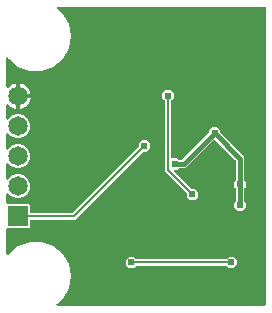
<source format=gbr>
G04 EAGLE Gerber RS-274X export*
G75*
%MOMM*%
%FSLAX34Y34*%
%LPD*%
%INBottom Copper*%
%IPPOS*%
%AMOC8*
5,1,8,0,0,1.08239X$1,22.5*%
G01*
%ADD10R,1.651000X1.651000*%
%ADD11C,1.651000*%
%ADD12C,0.609600*%
%ADD13C,0.381000*%
%ADD14C,0.203200*%

G36*
X224006Y5223D02*
X224006Y5223D01*
X224108Y5231D01*
X224136Y5243D01*
X224167Y5248D01*
X224259Y5292D01*
X224355Y5330D01*
X224378Y5350D01*
X224406Y5363D01*
X224481Y5433D01*
X224561Y5498D01*
X224578Y5524D01*
X224600Y5545D01*
X224651Y5634D01*
X224708Y5719D01*
X224714Y5743D01*
X224732Y5775D01*
X224790Y6035D01*
X224787Y6073D01*
X224792Y6096D01*
X224792Y257104D01*
X224777Y257206D01*
X224769Y257308D01*
X224757Y257336D01*
X224752Y257367D01*
X224708Y257459D01*
X224670Y257555D01*
X224650Y257578D01*
X224637Y257606D01*
X224567Y257681D01*
X224502Y257761D01*
X224476Y257778D01*
X224455Y257800D01*
X224366Y257851D01*
X224281Y257908D01*
X224257Y257914D01*
X224225Y257932D01*
X223965Y257990D01*
X223927Y257987D01*
X223904Y257992D01*
X48343Y257992D01*
X48254Y257979D01*
X48164Y257974D01*
X48123Y257959D01*
X48081Y257952D01*
X48000Y257913D01*
X47915Y257882D01*
X47880Y257856D01*
X47841Y257837D01*
X47775Y257775D01*
X47704Y257720D01*
X47679Y257685D01*
X47647Y257655D01*
X47602Y257577D01*
X47550Y257504D01*
X47537Y257462D01*
X47515Y257425D01*
X47495Y257337D01*
X47467Y257251D01*
X47467Y257208D01*
X47457Y257165D01*
X47465Y257075D01*
X47463Y256985D01*
X47475Y256943D01*
X47479Y256900D01*
X47512Y256817D01*
X47538Y256730D01*
X47557Y256704D01*
X47578Y256653D01*
X47745Y256447D01*
X47764Y256435D01*
X47772Y256424D01*
X52725Y252268D01*
X57876Y243346D01*
X59665Y233200D01*
X57876Y223054D01*
X52725Y214132D01*
X44832Y207510D01*
X35151Y203986D01*
X24849Y203986D01*
X15168Y207510D01*
X7275Y214132D01*
X6865Y214842D01*
X6844Y214869D01*
X6829Y214900D01*
X6761Y214973D01*
X6699Y215050D01*
X6671Y215069D01*
X6647Y215095D01*
X6561Y215144D01*
X6479Y215199D01*
X6446Y215209D01*
X6417Y215226D01*
X6320Y215248D01*
X6225Y215277D01*
X6191Y215277D01*
X6157Y215284D01*
X6058Y215276D01*
X5959Y215276D01*
X5926Y215265D01*
X5892Y215263D01*
X5800Y215226D01*
X5706Y215196D01*
X5678Y215177D01*
X5645Y215164D01*
X5569Y215101D01*
X5487Y215045D01*
X5466Y215018D01*
X5439Y214996D01*
X5384Y214913D01*
X5323Y214836D01*
X5311Y214804D01*
X5292Y214775D01*
X5280Y214724D01*
X5228Y214588D01*
X5219Y214450D01*
X5208Y214398D01*
X5208Y190020D01*
X5215Y189969D01*
X5214Y189917D01*
X5235Y189838D01*
X5248Y189757D01*
X5270Y189710D01*
X5284Y189661D01*
X5328Y189591D01*
X5363Y189517D01*
X5398Y189480D01*
X5426Y189436D01*
X5489Y189383D01*
X5545Y189323D01*
X5589Y189298D01*
X5629Y189264D01*
X5704Y189232D01*
X5775Y189191D01*
X5826Y189180D01*
X5873Y189160D01*
X5955Y189151D01*
X6035Y189133D01*
X6086Y189138D01*
X6138Y189132D01*
X6218Y189148D01*
X6300Y189155D01*
X6348Y189174D01*
X6398Y189184D01*
X6442Y189212D01*
X6547Y189254D01*
X6686Y189367D01*
X6724Y189392D01*
X7967Y190635D01*
X9342Y191633D01*
X10856Y192405D01*
X12472Y192930D01*
X13223Y193049D01*
X13223Y183289D01*
X13238Y183188D01*
X13246Y183085D01*
X13258Y183057D01*
X13263Y183026D01*
X13307Y182934D01*
X13345Y182839D01*
X13365Y182815D01*
X13378Y182787D01*
X13448Y182712D01*
X13513Y182632D01*
X13539Y182615D01*
X13560Y182593D01*
X13649Y182542D01*
X13734Y182485D01*
X13758Y182480D01*
X13790Y182461D01*
X14050Y182403D01*
X14088Y182406D01*
X14111Y182401D01*
X15001Y182401D01*
X15001Y182399D01*
X14111Y182399D01*
X14009Y182384D01*
X13907Y182375D01*
X13879Y182364D01*
X13848Y182359D01*
X13756Y182315D01*
X13660Y182276D01*
X13637Y182257D01*
X13609Y182244D01*
X13534Y182174D01*
X13454Y182109D01*
X13437Y182083D01*
X13415Y182062D01*
X13364Y181973D01*
X13307Y181888D01*
X13301Y181864D01*
X13283Y181831D01*
X13225Y181572D01*
X13228Y181534D01*
X13223Y181511D01*
X13223Y171751D01*
X12472Y171870D01*
X10856Y172395D01*
X9342Y173167D01*
X7967Y174165D01*
X6724Y175408D01*
X6683Y175439D01*
X6647Y175477D01*
X6576Y175518D01*
X6510Y175566D01*
X6461Y175583D01*
X6417Y175609D01*
X6337Y175627D01*
X6259Y175654D01*
X6207Y175655D01*
X6157Y175667D01*
X6075Y175660D01*
X5993Y175663D01*
X5944Y175649D01*
X5892Y175645D01*
X5816Y175614D01*
X5737Y175593D01*
X5693Y175565D01*
X5645Y175546D01*
X5582Y175494D01*
X5513Y175450D01*
X5479Y175411D01*
X5439Y175378D01*
X5394Y175310D01*
X5341Y175248D01*
X5320Y175200D01*
X5292Y175157D01*
X5280Y175107D01*
X5236Y175003D01*
X5218Y174825D01*
X5208Y174780D01*
X5208Y163542D01*
X5215Y163491D01*
X5214Y163439D01*
X5235Y163360D01*
X5248Y163279D01*
X5270Y163233D01*
X5284Y163183D01*
X5328Y163114D01*
X5363Y163040D01*
X5398Y163002D01*
X5426Y162959D01*
X5489Y162905D01*
X5545Y162846D01*
X5589Y162820D01*
X5629Y162787D01*
X5704Y162754D01*
X5775Y162714D01*
X5826Y162702D01*
X5873Y162682D01*
X5955Y162674D01*
X6035Y162656D01*
X6086Y162660D01*
X6138Y162655D01*
X6218Y162671D01*
X6300Y162677D01*
X6348Y162697D01*
X6398Y162707D01*
X6442Y162734D01*
X6547Y162776D01*
X6686Y162889D01*
X6724Y162914D01*
X9316Y165506D01*
X13004Y167034D01*
X16996Y167034D01*
X20684Y165506D01*
X23506Y162684D01*
X25034Y158996D01*
X25034Y155004D01*
X23506Y151316D01*
X20684Y148494D01*
X16996Y146966D01*
X13004Y146966D01*
X9316Y148494D01*
X6724Y151086D01*
X6683Y151117D01*
X6647Y151154D01*
X6576Y151195D01*
X6510Y151244D01*
X6461Y151261D01*
X6417Y151286D01*
X6337Y151304D01*
X6259Y151331D01*
X6207Y151333D01*
X6157Y151344D01*
X6075Y151338D01*
X5993Y151340D01*
X5944Y151327D01*
X5892Y151323D01*
X5816Y151292D01*
X5737Y151270D01*
X5693Y151243D01*
X5645Y151224D01*
X5582Y151172D01*
X5513Y151128D01*
X5479Y151089D01*
X5439Y151056D01*
X5394Y150988D01*
X5341Y150925D01*
X5320Y150878D01*
X5292Y150835D01*
X5280Y150784D01*
X5236Y150681D01*
X5218Y150502D01*
X5208Y150458D01*
X5208Y138142D01*
X5215Y138091D01*
X5214Y138039D01*
X5235Y137960D01*
X5248Y137879D01*
X5270Y137833D01*
X5284Y137783D01*
X5328Y137714D01*
X5363Y137640D01*
X5398Y137602D01*
X5426Y137559D01*
X5489Y137505D01*
X5545Y137446D01*
X5589Y137420D01*
X5629Y137387D01*
X5704Y137354D01*
X5775Y137314D01*
X5826Y137302D01*
X5873Y137282D01*
X5955Y137274D01*
X6035Y137256D01*
X6086Y137260D01*
X6138Y137255D01*
X6218Y137271D01*
X6300Y137277D01*
X6348Y137297D01*
X6398Y137307D01*
X6442Y137334D01*
X6547Y137376D01*
X6686Y137489D01*
X6724Y137514D01*
X9316Y140106D01*
X13004Y141634D01*
X16996Y141634D01*
X20684Y140106D01*
X23506Y137284D01*
X25034Y133596D01*
X25034Y129604D01*
X23506Y125916D01*
X20684Y123094D01*
X16996Y121566D01*
X13004Y121566D01*
X9316Y123094D01*
X6724Y125686D01*
X6683Y125717D01*
X6647Y125754D01*
X6576Y125795D01*
X6510Y125844D01*
X6461Y125861D01*
X6417Y125886D01*
X6337Y125904D01*
X6259Y125931D01*
X6207Y125933D01*
X6157Y125944D01*
X6075Y125938D01*
X5993Y125940D01*
X5944Y125927D01*
X5892Y125923D01*
X5816Y125892D01*
X5737Y125870D01*
X5693Y125843D01*
X5645Y125824D01*
X5582Y125772D01*
X5513Y125728D01*
X5479Y125689D01*
X5439Y125656D01*
X5394Y125588D01*
X5341Y125525D01*
X5320Y125478D01*
X5292Y125435D01*
X5280Y125384D01*
X5236Y125281D01*
X5218Y125102D01*
X5208Y125058D01*
X5208Y112742D01*
X5215Y112691D01*
X5214Y112639D01*
X5235Y112560D01*
X5248Y112479D01*
X5270Y112433D01*
X5284Y112383D01*
X5328Y112314D01*
X5363Y112240D01*
X5398Y112202D01*
X5426Y112159D01*
X5489Y112105D01*
X5545Y112046D01*
X5589Y112020D01*
X5629Y111987D01*
X5704Y111954D01*
X5775Y111914D01*
X5826Y111902D01*
X5873Y111882D01*
X5955Y111874D01*
X6035Y111856D01*
X6086Y111860D01*
X6138Y111855D01*
X6218Y111871D01*
X6300Y111877D01*
X6348Y111897D01*
X6398Y111907D01*
X6442Y111934D01*
X6547Y111976D01*
X6686Y112089D01*
X6724Y112114D01*
X9316Y114706D01*
X13004Y116234D01*
X16996Y116234D01*
X20684Y114706D01*
X23506Y111884D01*
X25034Y108196D01*
X25034Y104204D01*
X23506Y100516D01*
X20684Y97694D01*
X16996Y96166D01*
X13004Y96166D01*
X9316Y97694D01*
X6724Y100286D01*
X6683Y100317D01*
X6647Y100354D01*
X6576Y100395D01*
X6510Y100444D01*
X6461Y100461D01*
X6417Y100486D01*
X6337Y100504D01*
X6259Y100531D01*
X6207Y100533D01*
X6157Y100544D01*
X6075Y100538D01*
X5993Y100540D01*
X5944Y100527D01*
X5892Y100523D01*
X5816Y100492D01*
X5737Y100470D01*
X5693Y100443D01*
X5645Y100424D01*
X5582Y100372D01*
X5513Y100328D01*
X5479Y100289D01*
X5439Y100256D01*
X5394Y100188D01*
X5341Y100125D01*
X5320Y100078D01*
X5292Y100035D01*
X5280Y99984D01*
X5236Y99881D01*
X5218Y99702D01*
X5208Y99658D01*
X5208Y91722D01*
X5223Y91620D01*
X5231Y91518D01*
X5243Y91490D01*
X5248Y91459D01*
X5292Y91367D01*
X5330Y91271D01*
X5350Y91248D01*
X5363Y91220D01*
X5433Y91145D01*
X5498Y91065D01*
X5524Y91048D01*
X5545Y91026D01*
X5634Y90975D01*
X5719Y90918D01*
X5743Y90912D01*
X5775Y90894D01*
X6035Y90836D01*
X6073Y90839D01*
X6096Y90834D01*
X23992Y90834D01*
X25034Y89792D01*
X25034Y84483D01*
X25049Y84381D01*
X25057Y84279D01*
X25069Y84251D01*
X25074Y84220D01*
X25118Y84128D01*
X25156Y84032D01*
X25176Y84009D01*
X25189Y83981D01*
X25259Y83906D01*
X25324Y83826D01*
X25350Y83809D01*
X25371Y83787D01*
X25460Y83736D01*
X25545Y83679D01*
X25569Y83673D01*
X25601Y83655D01*
X25861Y83597D01*
X25899Y83600D01*
X25922Y83595D01*
X60986Y83595D01*
X61007Y83598D01*
X61028Y83596D01*
X61138Y83618D01*
X61249Y83635D01*
X61268Y83644D01*
X61289Y83648D01*
X61327Y83672D01*
X61489Y83750D01*
X61571Y83827D01*
X61615Y83855D01*
X116833Y139073D01*
X116846Y139090D01*
X116862Y139104D01*
X116924Y139197D01*
X116991Y139287D01*
X116998Y139307D01*
X117009Y139325D01*
X117019Y139369D01*
X117078Y139538D01*
X117082Y139651D01*
X117093Y139702D01*
X117093Y142207D01*
X119921Y145035D01*
X123919Y145035D01*
X126747Y142207D01*
X126747Y138209D01*
X123919Y135381D01*
X121414Y135381D01*
X121393Y135378D01*
X121372Y135380D01*
X121262Y135358D01*
X121151Y135341D01*
X121132Y135332D01*
X121111Y135328D01*
X121073Y135304D01*
X120911Y135226D01*
X120829Y135149D01*
X120785Y135121D01*
X63670Y78005D01*
X25922Y78005D01*
X25820Y77990D01*
X25718Y77982D01*
X25690Y77970D01*
X25659Y77965D01*
X25567Y77921D01*
X25471Y77883D01*
X25448Y77863D01*
X25420Y77850D01*
X25345Y77780D01*
X25265Y77715D01*
X25248Y77689D01*
X25226Y77668D01*
X25175Y77579D01*
X25118Y77494D01*
X25112Y77470D01*
X25094Y77438D01*
X25036Y77178D01*
X25039Y77140D01*
X25034Y77117D01*
X25034Y71808D01*
X23992Y70766D01*
X6096Y70766D01*
X5994Y70751D01*
X5892Y70743D01*
X5864Y70731D01*
X5833Y70726D01*
X5741Y70682D01*
X5645Y70644D01*
X5622Y70624D01*
X5594Y70611D01*
X5519Y70541D01*
X5439Y70476D01*
X5422Y70450D01*
X5400Y70429D01*
X5349Y70340D01*
X5292Y70255D01*
X5286Y70231D01*
X5268Y70199D01*
X5210Y69939D01*
X5213Y69901D01*
X5208Y69878D01*
X5208Y48802D01*
X5213Y48768D01*
X5210Y48733D01*
X5233Y48637D01*
X5248Y48539D01*
X5263Y48508D01*
X5270Y48474D01*
X5320Y48389D01*
X5363Y48300D01*
X5387Y48274D01*
X5404Y48245D01*
X5477Y48178D01*
X5545Y48105D01*
X5575Y48088D01*
X5600Y48065D01*
X5690Y48023D01*
X5775Y47973D01*
X5809Y47966D01*
X5840Y47951D01*
X5938Y47937D01*
X6035Y47916D01*
X6069Y47919D01*
X6103Y47914D01*
X6201Y47929D01*
X6300Y47937D01*
X6332Y47950D01*
X6366Y47956D01*
X6455Y47999D01*
X6547Y48036D01*
X6573Y48058D01*
X6604Y48073D01*
X6640Y48112D01*
X6753Y48204D01*
X6830Y48319D01*
X6865Y48358D01*
X7275Y49068D01*
X15168Y55690D01*
X24849Y59214D01*
X35151Y59214D01*
X44832Y55690D01*
X52725Y49068D01*
X57876Y40146D01*
X59665Y30000D01*
X57876Y19854D01*
X52725Y10932D01*
X47772Y6776D01*
X47713Y6709D01*
X47647Y6647D01*
X47625Y6610D01*
X47597Y6577D01*
X47560Y6495D01*
X47515Y6417D01*
X47506Y6374D01*
X47488Y6335D01*
X47477Y6245D01*
X47457Y6157D01*
X47461Y6114D01*
X47455Y6071D01*
X47471Y5982D01*
X47479Y5892D01*
X47495Y5852D01*
X47503Y5809D01*
X47544Y5729D01*
X47578Y5645D01*
X47605Y5612D01*
X47625Y5573D01*
X47688Y5509D01*
X47745Y5439D01*
X47782Y5415D01*
X47812Y5384D01*
X47892Y5342D01*
X47967Y5292D01*
X47998Y5285D01*
X48047Y5259D01*
X48308Y5208D01*
X48329Y5211D01*
X48343Y5208D01*
X223904Y5208D01*
X224006Y5223D01*
G37*
%LPC*%
G36*
X200947Y85089D02*
X200947Y85089D01*
X198119Y87917D01*
X198119Y91915D01*
X199002Y92798D01*
X199015Y92815D01*
X199031Y92828D01*
X199093Y92922D01*
X199160Y93012D01*
X199167Y93032D01*
X199178Y93049D01*
X199188Y93094D01*
X199247Y93263D01*
X199251Y93376D01*
X199262Y93426D01*
X199262Y104186D01*
X199259Y104206D01*
X199261Y104227D01*
X199239Y104338D01*
X199222Y104449D01*
X199213Y104467D01*
X199209Y104488D01*
X199185Y104527D01*
X199107Y104688D01*
X199030Y104770D01*
X199002Y104814D01*
X198119Y105697D01*
X198119Y109695D01*
X199002Y110578D01*
X199015Y110595D01*
X199031Y110608D01*
X199093Y110702D01*
X199160Y110792D01*
X199167Y110812D01*
X199178Y110829D01*
X199188Y110874D01*
X199247Y111043D01*
X199251Y111156D01*
X199262Y111206D01*
X199262Y127646D01*
X199259Y127667D01*
X199261Y127688D01*
X199239Y127798D01*
X199222Y127909D01*
X199213Y127928D01*
X199209Y127949D01*
X199185Y127987D01*
X199107Y128148D01*
X199030Y128231D01*
X199002Y128274D01*
X181984Y145292D01*
X181968Y145304D01*
X181955Y145320D01*
X181888Y145365D01*
X181823Y145420D01*
X181795Y145432D01*
X181770Y145450D01*
X181749Y145457D01*
X181734Y145467D01*
X181696Y145476D01*
X181673Y145484D01*
X181579Y145524D01*
X181548Y145527D01*
X181519Y145537D01*
X181417Y145541D01*
X181392Y145543D01*
X181357Y145551D01*
X181355Y145551D01*
X181339Y145549D01*
X181314Y145552D01*
X181284Y145545D01*
X181253Y145547D01*
X181165Y145523D01*
X181092Y145511D01*
X181077Y145504D01*
X181054Y145499D01*
X181034Y145487D01*
X180997Y145477D01*
X180924Y145430D01*
X180853Y145396D01*
X180816Y145362D01*
X180773Y145334D01*
X180748Y145305D01*
X180728Y145292D01*
X156720Y121284D01*
X151338Y121284D01*
X151318Y121281D01*
X151297Y121283D01*
X151186Y121261D01*
X151075Y121244D01*
X151057Y121235D01*
X151036Y121231D01*
X150997Y121207D01*
X150836Y121129D01*
X150754Y121052D01*
X150710Y121024D01*
X149827Y120141D01*
X147829Y120141D01*
X147779Y120134D01*
X147727Y120135D01*
X147648Y120114D01*
X147567Y120101D01*
X147520Y120079D01*
X147470Y120065D01*
X147401Y120021D01*
X147327Y119986D01*
X147290Y119951D01*
X147246Y119923D01*
X147193Y119860D01*
X147133Y119804D01*
X147107Y119760D01*
X147074Y119720D01*
X147042Y119645D01*
X147001Y119574D01*
X146990Y119523D01*
X146970Y119476D01*
X146961Y119394D01*
X146943Y119314D01*
X146948Y119263D01*
X146942Y119211D01*
X146958Y119131D01*
X146965Y119049D01*
X146984Y119001D01*
X146994Y118951D01*
X147022Y118907D01*
X147064Y118802D01*
X147177Y118663D01*
X147201Y118625D01*
X161425Y104401D01*
X161442Y104388D01*
X161456Y104372D01*
X161549Y104310D01*
X161639Y104243D01*
X161659Y104236D01*
X161677Y104225D01*
X161721Y104215D01*
X161890Y104156D01*
X162003Y104152D01*
X162054Y104141D01*
X164559Y104141D01*
X167387Y101313D01*
X167387Y97315D01*
X164559Y94487D01*
X160561Y94487D01*
X157733Y97315D01*
X157733Y99820D01*
X157730Y99841D01*
X157732Y99862D01*
X157710Y99972D01*
X157693Y100083D01*
X157684Y100102D01*
X157680Y100123D01*
X157656Y100161D01*
X157578Y100323D01*
X157501Y100405D01*
X157473Y100449D01*
X139191Y118730D01*
X139191Y178481D01*
X139188Y178501D01*
X139190Y178522D01*
X139168Y178633D01*
X139151Y178744D01*
X139142Y178762D01*
X139138Y178783D01*
X139114Y178822D01*
X139036Y178983D01*
X138959Y179065D01*
X138931Y179109D01*
X137159Y180881D01*
X137159Y184879D01*
X139987Y187707D01*
X143985Y187707D01*
X146813Y184879D01*
X146813Y180881D01*
X145041Y179109D01*
X145028Y179092D01*
X145012Y179079D01*
X144950Y178985D01*
X144883Y178895D01*
X144876Y178875D01*
X144865Y178858D01*
X144855Y178813D01*
X144796Y178644D01*
X144792Y178531D01*
X144781Y178481D01*
X144781Y130683D01*
X144796Y130581D01*
X144804Y130479D01*
X144816Y130451D01*
X144821Y130420D01*
X144865Y130328D01*
X144903Y130232D01*
X144923Y130209D01*
X144936Y130181D01*
X145006Y130106D01*
X145071Y130026D01*
X145097Y130009D01*
X145118Y129987D01*
X145207Y129936D01*
X145292Y129879D01*
X145316Y129873D01*
X145348Y129855D01*
X145608Y129797D01*
X145646Y129800D01*
X145669Y129795D01*
X149827Y129795D01*
X150710Y128912D01*
X150716Y128907D01*
X150718Y128906D01*
X150726Y128900D01*
X150727Y128899D01*
X150740Y128883D01*
X150834Y128821D01*
X150924Y128754D01*
X150944Y128747D01*
X150961Y128736D01*
X151006Y128726D01*
X151175Y128667D01*
X151288Y128663D01*
X151338Y128652D01*
X153300Y128652D01*
X153321Y128655D01*
X153342Y128653D01*
X153452Y128675D01*
X153563Y128692D01*
X153582Y128701D01*
X153603Y128705D01*
X153641Y128729D01*
X153802Y128807D01*
X153885Y128884D01*
X153928Y128912D01*
X176269Y151253D01*
X176282Y151270D01*
X176298Y151283D01*
X176360Y151376D01*
X176427Y151467D01*
X176434Y151486D01*
X176445Y151504D01*
X176455Y151549D01*
X176514Y151718D01*
X176518Y151830D01*
X176529Y151881D01*
X176529Y153129D01*
X179357Y155957D01*
X183355Y155957D01*
X186183Y153129D01*
X186183Y151881D01*
X186186Y151860D01*
X186184Y151839D01*
X186206Y151729D01*
X186223Y151618D01*
X186232Y151599D01*
X186236Y151578D01*
X186260Y151540D01*
X186338Y151379D01*
X186415Y151296D01*
X186443Y151253D01*
X206630Y131066D01*
X206630Y111206D01*
X206633Y111186D01*
X206631Y111165D01*
X206653Y111054D01*
X206670Y110943D01*
X206679Y110925D01*
X206683Y110904D01*
X206707Y110865D01*
X206785Y110704D01*
X206862Y110622D01*
X206890Y110578D01*
X207773Y109695D01*
X207773Y105697D01*
X206890Y104814D01*
X206877Y104797D01*
X206861Y104784D01*
X206799Y104690D01*
X206732Y104600D01*
X206725Y104580D01*
X206714Y104563D01*
X206704Y104518D01*
X206645Y104349D01*
X206641Y104236D01*
X206630Y104186D01*
X206630Y93426D01*
X206633Y93406D01*
X206631Y93385D01*
X206653Y93274D01*
X206670Y93163D01*
X206679Y93145D01*
X206683Y93124D01*
X206707Y93085D01*
X206785Y92924D01*
X206862Y92842D01*
X206890Y92798D01*
X207773Y91915D01*
X207773Y87917D01*
X204945Y85089D01*
X200947Y85089D01*
G37*
%LPD*%
%LPC*%
G36*
X193327Y36829D02*
X193327Y36829D01*
X191555Y38601D01*
X191538Y38614D01*
X191525Y38630D01*
X191431Y38692D01*
X191341Y38759D01*
X191321Y38766D01*
X191304Y38777D01*
X191259Y38787D01*
X191090Y38846D01*
X190977Y38850D01*
X190927Y38861D01*
X115143Y38861D01*
X115123Y38858D01*
X115102Y38860D01*
X114991Y38838D01*
X114880Y38821D01*
X114862Y38812D01*
X114841Y38808D01*
X114802Y38784D01*
X114641Y38706D01*
X114559Y38629D01*
X114515Y38601D01*
X112870Y36956D01*
X108872Y36956D01*
X106044Y39784D01*
X106044Y43782D01*
X108872Y46610D01*
X112870Y46610D01*
X114769Y44711D01*
X114786Y44698D01*
X114799Y44682D01*
X114893Y44620D01*
X114983Y44553D01*
X115003Y44546D01*
X115020Y44535D01*
X115065Y44525D01*
X115234Y44466D01*
X115347Y44462D01*
X115397Y44451D01*
X190927Y44451D01*
X190947Y44454D01*
X190968Y44452D01*
X191079Y44474D01*
X191190Y44491D01*
X191208Y44500D01*
X191229Y44504D01*
X191268Y44528D01*
X191429Y44606D01*
X191511Y44683D01*
X191555Y44711D01*
X193327Y46483D01*
X197325Y46483D01*
X200153Y43655D01*
X200153Y39657D01*
X197325Y36829D01*
X193327Y36829D01*
G37*
%LPD*%
%LPC*%
G36*
X16777Y184177D02*
X16777Y184177D01*
X16777Y193049D01*
X17528Y192930D01*
X19144Y192405D01*
X20658Y191633D01*
X22033Y190635D01*
X23235Y189433D01*
X24233Y188058D01*
X25005Y186544D01*
X25530Y184928D01*
X25649Y184177D01*
X16777Y184177D01*
G37*
%LPD*%
%LPC*%
G36*
X16777Y180623D02*
X16777Y180623D01*
X25649Y180623D01*
X25530Y179872D01*
X25005Y178256D01*
X24233Y176742D01*
X23235Y175367D01*
X22033Y174165D01*
X20658Y173167D01*
X19144Y172395D01*
X17528Y171870D01*
X16777Y171751D01*
X16777Y180623D01*
G37*
%LPD*%
D10*
X15000Y80800D03*
D11*
X15000Y106200D03*
X15000Y131600D03*
X15000Y157000D03*
X15000Y182400D03*
D12*
X93980Y15240D03*
X104140Y15240D03*
X114300Y15240D03*
X180340Y15240D03*
X190500Y15240D03*
X200660Y15240D03*
X76200Y66040D03*
X68580Y73660D03*
X111760Y114300D03*
X121920Y114300D03*
X132080Y114300D03*
X8636Y119126D03*
X189738Y88646D03*
X217424Y88646D03*
X202946Y89916D03*
D13*
X202946Y107696D01*
D12*
X202946Y107696D03*
D13*
X202946Y129540D01*
X181356Y151130D01*
D12*
X181356Y151130D03*
X147828Y124968D03*
D13*
X155194Y124968D01*
X181356Y151130D01*
D12*
X141986Y182880D03*
D14*
X141986Y119888D01*
X162560Y99314D01*
D12*
X162560Y99314D03*
X195326Y41656D03*
D14*
X110998Y41656D01*
X110871Y41783D01*
D12*
X110871Y41783D03*
D14*
X62512Y80800D02*
X15000Y80800D01*
X62512Y80800D02*
X121920Y140208D01*
D12*
X121920Y140208D03*
M02*

</source>
